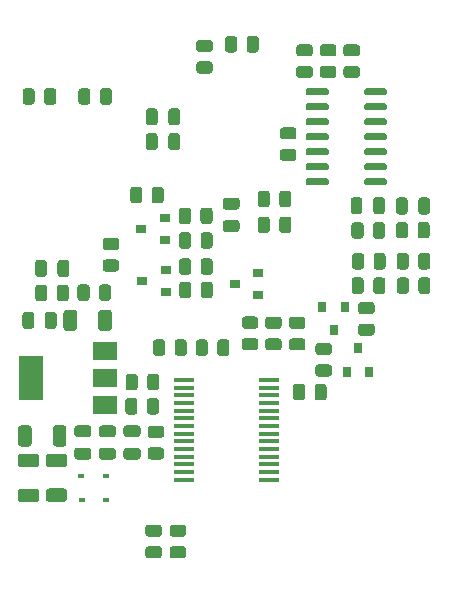
<source format=gbr>
G04 #@! TF.GenerationSoftware,KiCad,Pcbnew,(5.1.7)-1*
G04 #@! TF.CreationDate,2020-12-20T16:40:32+01:00*
G04 #@! TF.ProjectId,uart_flash_pcb,75617274-5f66-46c6-9173-685f7063622e,rev?*
G04 #@! TF.SameCoordinates,Original*
G04 #@! TF.FileFunction,Paste,Bot*
G04 #@! TF.FilePolarity,Positive*
%FSLAX46Y46*%
G04 Gerber Fmt 4.6, Leading zero omitted, Abs format (unit mm)*
G04 Created by KiCad (PCBNEW (5.1.7)-1) date 2020-12-20 16:40:32*
%MOMM*%
%LPD*%
G01*
G04 APERTURE LIST*
%ADD10R,1.750000X0.450000*%
%ADD11R,2.000000X1.500000*%
%ADD12R,2.000000X3.800000*%
%ADD13R,0.800000X0.900000*%
%ADD14R,0.900000X0.800000*%
%ADD15R,0.600000X0.450000*%
G04 APERTURE END LIST*
G36*
G01*
X119690000Y-71965000D02*
X119690000Y-72915000D01*
G75*
G02*
X119440000Y-73165000I-250000J0D01*
G01*
X118940000Y-73165000D01*
G75*
G02*
X118690000Y-72915000I0J250000D01*
G01*
X118690000Y-71965000D01*
G75*
G02*
X118940000Y-71715000I250000J0D01*
G01*
X119440000Y-71715000D01*
G75*
G02*
X119690000Y-71965000I0J-250000D01*
G01*
G37*
G36*
G01*
X121590000Y-71965000D02*
X121590000Y-72915000D01*
G75*
G02*
X121340000Y-73165000I-250000J0D01*
G01*
X120840000Y-73165000D01*
G75*
G02*
X120590000Y-72915000I0J250000D01*
G01*
X120590000Y-71965000D01*
G75*
G02*
X120840000Y-71715000I250000J0D01*
G01*
X121340000Y-71715000D01*
G75*
G02*
X121590000Y-71965000I0J-250000D01*
G01*
G37*
G36*
G01*
X111699999Y-83660000D02*
X112600001Y-83660000D01*
G75*
G02*
X112850000Y-83909999I0J-249999D01*
G01*
X112850000Y-84435001D01*
G75*
G02*
X112600001Y-84685000I-249999J0D01*
G01*
X111699999Y-84685000D01*
G75*
G02*
X111450000Y-84435001I0J249999D01*
G01*
X111450000Y-83909999D01*
G75*
G02*
X111699999Y-83660000I249999J0D01*
G01*
G37*
G36*
G01*
X111699999Y-81835000D02*
X112600001Y-81835000D01*
G75*
G02*
X112850000Y-82084999I0J-249999D01*
G01*
X112850000Y-82610001D01*
G75*
G02*
X112600001Y-82860000I-249999J0D01*
G01*
X111699999Y-82860000D01*
G75*
G02*
X111450000Y-82610001I0J249999D01*
G01*
X111450000Y-82084999D01*
G75*
G02*
X111699999Y-81835000I249999J0D01*
G01*
G37*
G36*
G01*
X119820000Y-70570000D02*
X119820000Y-70270000D01*
G75*
G02*
X119970000Y-70120000I150000J0D01*
G01*
X121620000Y-70120000D01*
G75*
G02*
X121770000Y-70270000I0J-150000D01*
G01*
X121770000Y-70570000D01*
G75*
G02*
X121620000Y-70720000I-150000J0D01*
G01*
X119970000Y-70720000D01*
G75*
G02*
X119820000Y-70570000I0J150000D01*
G01*
G37*
G36*
G01*
X119820000Y-69300000D02*
X119820000Y-69000000D01*
G75*
G02*
X119970000Y-68850000I150000J0D01*
G01*
X121620000Y-68850000D01*
G75*
G02*
X121770000Y-69000000I0J-150000D01*
G01*
X121770000Y-69300000D01*
G75*
G02*
X121620000Y-69450000I-150000J0D01*
G01*
X119970000Y-69450000D01*
G75*
G02*
X119820000Y-69300000I0J150000D01*
G01*
G37*
G36*
G01*
X119820000Y-68030000D02*
X119820000Y-67730000D01*
G75*
G02*
X119970000Y-67580000I150000J0D01*
G01*
X121620000Y-67580000D01*
G75*
G02*
X121770000Y-67730000I0J-150000D01*
G01*
X121770000Y-68030000D01*
G75*
G02*
X121620000Y-68180000I-150000J0D01*
G01*
X119970000Y-68180000D01*
G75*
G02*
X119820000Y-68030000I0J150000D01*
G01*
G37*
G36*
G01*
X119820000Y-66760000D02*
X119820000Y-66460000D01*
G75*
G02*
X119970000Y-66310000I150000J0D01*
G01*
X121620000Y-66310000D01*
G75*
G02*
X121770000Y-66460000I0J-150000D01*
G01*
X121770000Y-66760000D01*
G75*
G02*
X121620000Y-66910000I-150000J0D01*
G01*
X119970000Y-66910000D01*
G75*
G02*
X119820000Y-66760000I0J150000D01*
G01*
G37*
G36*
G01*
X119820000Y-65490000D02*
X119820000Y-65190000D01*
G75*
G02*
X119970000Y-65040000I150000J0D01*
G01*
X121620000Y-65040000D01*
G75*
G02*
X121770000Y-65190000I0J-150000D01*
G01*
X121770000Y-65490000D01*
G75*
G02*
X121620000Y-65640000I-150000J0D01*
G01*
X119970000Y-65640000D01*
G75*
G02*
X119820000Y-65490000I0J150000D01*
G01*
G37*
G36*
G01*
X119820000Y-64220000D02*
X119820000Y-63920000D01*
G75*
G02*
X119970000Y-63770000I150000J0D01*
G01*
X121620000Y-63770000D01*
G75*
G02*
X121770000Y-63920000I0J-150000D01*
G01*
X121770000Y-64220000D01*
G75*
G02*
X121620000Y-64370000I-150000J0D01*
G01*
X119970000Y-64370000D01*
G75*
G02*
X119820000Y-64220000I0J150000D01*
G01*
G37*
G36*
G01*
X119820000Y-62950000D02*
X119820000Y-62650000D01*
G75*
G02*
X119970000Y-62500000I150000J0D01*
G01*
X121620000Y-62500000D01*
G75*
G02*
X121770000Y-62650000I0J-150000D01*
G01*
X121770000Y-62950000D01*
G75*
G02*
X121620000Y-63100000I-150000J0D01*
G01*
X119970000Y-63100000D01*
G75*
G02*
X119820000Y-62950000I0J150000D01*
G01*
G37*
G36*
G01*
X114870000Y-62950000D02*
X114870000Y-62650000D01*
G75*
G02*
X115020000Y-62500000I150000J0D01*
G01*
X116670000Y-62500000D01*
G75*
G02*
X116820000Y-62650000I0J-150000D01*
G01*
X116820000Y-62950000D01*
G75*
G02*
X116670000Y-63100000I-150000J0D01*
G01*
X115020000Y-63100000D01*
G75*
G02*
X114870000Y-62950000I0J150000D01*
G01*
G37*
G36*
G01*
X114870000Y-64220000D02*
X114870000Y-63920000D01*
G75*
G02*
X115020000Y-63770000I150000J0D01*
G01*
X116670000Y-63770000D01*
G75*
G02*
X116820000Y-63920000I0J-150000D01*
G01*
X116820000Y-64220000D01*
G75*
G02*
X116670000Y-64370000I-150000J0D01*
G01*
X115020000Y-64370000D01*
G75*
G02*
X114870000Y-64220000I0J150000D01*
G01*
G37*
G36*
G01*
X114870000Y-65490000D02*
X114870000Y-65190000D01*
G75*
G02*
X115020000Y-65040000I150000J0D01*
G01*
X116670000Y-65040000D01*
G75*
G02*
X116820000Y-65190000I0J-150000D01*
G01*
X116820000Y-65490000D01*
G75*
G02*
X116670000Y-65640000I-150000J0D01*
G01*
X115020000Y-65640000D01*
G75*
G02*
X114870000Y-65490000I0J150000D01*
G01*
G37*
G36*
G01*
X114870000Y-66760000D02*
X114870000Y-66460000D01*
G75*
G02*
X115020000Y-66310000I150000J0D01*
G01*
X116670000Y-66310000D01*
G75*
G02*
X116820000Y-66460000I0J-150000D01*
G01*
X116820000Y-66760000D01*
G75*
G02*
X116670000Y-66910000I-150000J0D01*
G01*
X115020000Y-66910000D01*
G75*
G02*
X114870000Y-66760000I0J150000D01*
G01*
G37*
G36*
G01*
X114870000Y-68030000D02*
X114870000Y-67730000D01*
G75*
G02*
X115020000Y-67580000I150000J0D01*
G01*
X116670000Y-67580000D01*
G75*
G02*
X116820000Y-67730000I0J-150000D01*
G01*
X116820000Y-68030000D01*
G75*
G02*
X116670000Y-68180000I-150000J0D01*
G01*
X115020000Y-68180000D01*
G75*
G02*
X114870000Y-68030000I0J150000D01*
G01*
G37*
G36*
G01*
X114870000Y-69300000D02*
X114870000Y-69000000D01*
G75*
G02*
X115020000Y-68850000I150000J0D01*
G01*
X116670000Y-68850000D01*
G75*
G02*
X116820000Y-69000000I0J-150000D01*
G01*
X116820000Y-69300000D01*
G75*
G02*
X116670000Y-69450000I-150000J0D01*
G01*
X115020000Y-69450000D01*
G75*
G02*
X114870000Y-69300000I0J150000D01*
G01*
G37*
G36*
G01*
X114870000Y-70570000D02*
X114870000Y-70270000D01*
G75*
G02*
X115020000Y-70120000I150000J0D01*
G01*
X116670000Y-70120000D01*
G75*
G02*
X116820000Y-70270000I0J-150000D01*
G01*
X116820000Y-70570000D01*
G75*
G02*
X116670000Y-70720000I-150000J0D01*
G01*
X115020000Y-70720000D01*
G75*
G02*
X114870000Y-70570000I0J150000D01*
G01*
G37*
D10*
X104560000Y-87185000D03*
X104560000Y-87835000D03*
X104560000Y-88485000D03*
X104560000Y-89135000D03*
X104560000Y-89785000D03*
X104560000Y-90435000D03*
X104560000Y-91085000D03*
X104560000Y-91735000D03*
X104560000Y-92385000D03*
X104560000Y-93035000D03*
X104560000Y-93685000D03*
X104560000Y-94335000D03*
X104560000Y-94985000D03*
X104560000Y-95635000D03*
X111760000Y-95635000D03*
X111760000Y-94985000D03*
X111760000Y-94335000D03*
X111760000Y-93685000D03*
X111760000Y-93035000D03*
X111760000Y-92385000D03*
X111760000Y-91735000D03*
X111760000Y-91085000D03*
X111760000Y-90435000D03*
X111760000Y-89785000D03*
X111760000Y-89135000D03*
X111760000Y-88485000D03*
X111760000Y-87835000D03*
X111760000Y-87185000D03*
D11*
X97900000Y-84750000D03*
X97900000Y-89350000D03*
X97900000Y-87050000D03*
D12*
X91600000Y-87050000D03*
G36*
G01*
X116860001Y-85080000D02*
X115959999Y-85080000D01*
G75*
G02*
X115710000Y-84830001I0J249999D01*
G01*
X115710000Y-84304999D01*
G75*
G02*
X115959999Y-84055000I249999J0D01*
G01*
X116860001Y-84055000D01*
G75*
G02*
X117110000Y-84304999I0J-249999D01*
G01*
X117110000Y-84830001D01*
G75*
G02*
X116860001Y-85080000I-249999J0D01*
G01*
G37*
G36*
G01*
X116860001Y-86905000D02*
X115959999Y-86905000D01*
G75*
G02*
X115710000Y-86655001I0J249999D01*
G01*
X115710000Y-86129999D01*
G75*
G02*
X115959999Y-85880000I249999J0D01*
G01*
X116860001Y-85880000D01*
G75*
G02*
X117110000Y-86129999I0J-249999D01*
G01*
X117110000Y-86655001D01*
G75*
G02*
X116860001Y-86905000I-249999J0D01*
G01*
G37*
G36*
G01*
X119569999Y-82420000D02*
X120470001Y-82420000D01*
G75*
G02*
X120720000Y-82669999I0J-249999D01*
G01*
X120720000Y-83195001D01*
G75*
G02*
X120470001Y-83445000I-249999J0D01*
G01*
X119569999Y-83445000D01*
G75*
G02*
X119320000Y-83195001I0J249999D01*
G01*
X119320000Y-82669999D01*
G75*
G02*
X119569999Y-82420000I249999J0D01*
G01*
G37*
G36*
G01*
X119569999Y-80595000D02*
X120470001Y-80595000D01*
G75*
G02*
X120720000Y-80844999I0J-249999D01*
G01*
X120720000Y-81370001D01*
G75*
G02*
X120470001Y-81620000I-249999J0D01*
G01*
X119569999Y-81620000D01*
G75*
G02*
X119320000Y-81370001I0J249999D01*
G01*
X119320000Y-80844999D01*
G75*
G02*
X119569999Y-80595000I249999J0D01*
G01*
G37*
G36*
G01*
X123550000Y-74059999D02*
X123550000Y-74960001D01*
G75*
G02*
X123300001Y-75210000I-249999J0D01*
G01*
X122774999Y-75210000D01*
G75*
G02*
X122525000Y-74960001I0J249999D01*
G01*
X122525000Y-74059999D01*
G75*
G02*
X122774999Y-73810000I249999J0D01*
G01*
X123300001Y-73810000D01*
G75*
G02*
X123550000Y-74059999I0J-249999D01*
G01*
G37*
G36*
G01*
X125375000Y-74059999D02*
X125375000Y-74960001D01*
G75*
G02*
X125125001Y-75210000I-249999J0D01*
G01*
X124599999Y-75210000D01*
G75*
G02*
X124350000Y-74960001I0J249999D01*
G01*
X124350000Y-74059999D01*
G75*
G02*
X124599999Y-73810000I249999J0D01*
G01*
X125125001Y-73810000D01*
G75*
G02*
X125375000Y-74059999I0J-249999D01*
G01*
G37*
G36*
G01*
X120580000Y-74990001D02*
X120580000Y-74089999D01*
G75*
G02*
X120829999Y-73840000I249999J0D01*
G01*
X121355001Y-73840000D01*
G75*
G02*
X121605000Y-74089999I0J-249999D01*
G01*
X121605000Y-74990001D01*
G75*
G02*
X121355001Y-75240000I-249999J0D01*
G01*
X120829999Y-75240000D01*
G75*
G02*
X120580000Y-74990001I0J249999D01*
G01*
G37*
G36*
G01*
X118755000Y-74990001D02*
X118755000Y-74089999D01*
G75*
G02*
X119004999Y-73840000I249999J0D01*
G01*
X119530001Y-73840000D01*
G75*
G02*
X119780000Y-74089999I0J-249999D01*
G01*
X119780000Y-74990001D01*
G75*
G02*
X119530001Y-75240000I-249999J0D01*
G01*
X119004999Y-75240000D01*
G75*
G02*
X118755000Y-74990001I0J249999D01*
G01*
G37*
G36*
G01*
X124420000Y-79660001D02*
X124420000Y-78759999D01*
G75*
G02*
X124669999Y-78510000I249999J0D01*
G01*
X125195001Y-78510000D01*
G75*
G02*
X125445000Y-78759999I0J-249999D01*
G01*
X125445000Y-79660001D01*
G75*
G02*
X125195001Y-79910000I-249999J0D01*
G01*
X124669999Y-79910000D01*
G75*
G02*
X124420000Y-79660001I0J249999D01*
G01*
G37*
G36*
G01*
X122595000Y-79660001D02*
X122595000Y-78759999D01*
G75*
G02*
X122844999Y-78510000I249999J0D01*
G01*
X123370001Y-78510000D01*
G75*
G02*
X123620000Y-78759999I0J-249999D01*
G01*
X123620000Y-79660001D01*
G75*
G02*
X123370001Y-79910000I-249999J0D01*
G01*
X122844999Y-79910000D01*
G75*
G02*
X122595000Y-79660001I0J249999D01*
G01*
G37*
G36*
G01*
X124410000Y-77590001D02*
X124410000Y-76689999D01*
G75*
G02*
X124659999Y-76440000I249999J0D01*
G01*
X125185001Y-76440000D01*
G75*
G02*
X125435000Y-76689999I0J-249999D01*
G01*
X125435000Y-77590001D01*
G75*
G02*
X125185001Y-77840000I-249999J0D01*
G01*
X124659999Y-77840000D01*
G75*
G02*
X124410000Y-77590001I0J249999D01*
G01*
G37*
G36*
G01*
X122585000Y-77590001D02*
X122585000Y-76689999D01*
G75*
G02*
X122834999Y-76440000I249999J0D01*
G01*
X123360001Y-76440000D01*
G75*
G02*
X123610000Y-76689999I0J-249999D01*
G01*
X123610000Y-77590001D01*
G75*
G02*
X123360001Y-77840000I-249999J0D01*
G01*
X122834999Y-77840000D01*
G75*
G02*
X122585000Y-77590001I0J249999D01*
G01*
G37*
G36*
G01*
X119800000Y-78759999D02*
X119800000Y-79660001D01*
G75*
G02*
X119550001Y-79910000I-249999J0D01*
G01*
X119024999Y-79910000D01*
G75*
G02*
X118775000Y-79660001I0J249999D01*
G01*
X118775000Y-78759999D01*
G75*
G02*
X119024999Y-78510000I249999J0D01*
G01*
X119550001Y-78510000D01*
G75*
G02*
X119800000Y-78759999I0J-249999D01*
G01*
G37*
G36*
G01*
X121625000Y-78759999D02*
X121625000Y-79660001D01*
G75*
G02*
X121375001Y-79910000I-249999J0D01*
G01*
X120849999Y-79910000D01*
G75*
G02*
X120600000Y-79660001I0J249999D01*
G01*
X120600000Y-78759999D01*
G75*
G02*
X120849999Y-78510000I249999J0D01*
G01*
X121375001Y-78510000D01*
G75*
G02*
X121625000Y-78759999I0J-249999D01*
G01*
G37*
G36*
G01*
X119830000Y-76689999D02*
X119830000Y-77590001D01*
G75*
G02*
X119580001Y-77840000I-249999J0D01*
G01*
X119054999Y-77840000D01*
G75*
G02*
X118805000Y-77590001I0J249999D01*
G01*
X118805000Y-76689999D01*
G75*
G02*
X119054999Y-76440000I249999J0D01*
G01*
X119580001Y-76440000D01*
G75*
G02*
X119830000Y-76689999I0J-249999D01*
G01*
G37*
G36*
G01*
X121655000Y-76689999D02*
X121655000Y-77590001D01*
G75*
G02*
X121405001Y-77840000I-249999J0D01*
G01*
X120879999Y-77840000D01*
G75*
G02*
X120630000Y-77590001I0J249999D01*
G01*
X120630000Y-76689999D01*
G75*
G02*
X120879999Y-76440000I249999J0D01*
G01*
X121405001Y-76440000D01*
G75*
G02*
X121655000Y-76689999I0J-249999D01*
G01*
G37*
G36*
G01*
X112650000Y-74500001D02*
X112650000Y-73599999D01*
G75*
G02*
X112899999Y-73350000I249999J0D01*
G01*
X113425001Y-73350000D01*
G75*
G02*
X113675000Y-73599999I0J-249999D01*
G01*
X113675000Y-74500001D01*
G75*
G02*
X113425001Y-74750000I-249999J0D01*
G01*
X112899999Y-74750000D01*
G75*
G02*
X112650000Y-74500001I0J249999D01*
G01*
G37*
G36*
G01*
X110825000Y-74500001D02*
X110825000Y-73599999D01*
G75*
G02*
X111074999Y-73350000I249999J0D01*
G01*
X111600001Y-73350000D01*
G75*
G02*
X111850000Y-73599999I0J-249999D01*
G01*
X111850000Y-74500001D01*
G75*
G02*
X111600001Y-74750000I-249999J0D01*
G01*
X111074999Y-74750000D01*
G75*
G02*
X110825000Y-74500001I0J249999D01*
G01*
G37*
G36*
G01*
X112640000Y-72320001D02*
X112640000Y-71419999D01*
G75*
G02*
X112889999Y-71170000I249999J0D01*
G01*
X113415001Y-71170000D01*
G75*
G02*
X113665000Y-71419999I0J-249999D01*
G01*
X113665000Y-72320001D01*
G75*
G02*
X113415001Y-72570000I-249999J0D01*
G01*
X112889999Y-72570000D01*
G75*
G02*
X112640000Y-72320001I0J249999D01*
G01*
G37*
G36*
G01*
X110815000Y-72320001D02*
X110815000Y-71419999D01*
G75*
G02*
X111064999Y-71170000I249999J0D01*
G01*
X111590001Y-71170000D01*
G75*
G02*
X111840000Y-71419999I0J-249999D01*
G01*
X111840000Y-72320001D01*
G75*
G02*
X111590001Y-72570000I-249999J0D01*
G01*
X111064999Y-72570000D01*
G75*
G02*
X110815000Y-72320001I0J249999D01*
G01*
G37*
G36*
G01*
X109880000Y-59220001D02*
X109880000Y-58319999D01*
G75*
G02*
X110129999Y-58070000I249999J0D01*
G01*
X110655001Y-58070000D01*
G75*
G02*
X110905000Y-58319999I0J-249999D01*
G01*
X110905000Y-59220001D01*
G75*
G02*
X110655001Y-59470000I-249999J0D01*
G01*
X110129999Y-59470000D01*
G75*
G02*
X109880000Y-59220001I0J249999D01*
G01*
G37*
G36*
G01*
X108055000Y-59220001D02*
X108055000Y-58319999D01*
G75*
G02*
X108304999Y-58070000I249999J0D01*
G01*
X108830001Y-58070000D01*
G75*
G02*
X109080000Y-58319999I0J-249999D01*
G01*
X109080000Y-59220001D01*
G75*
G02*
X108830001Y-59470000I-249999J0D01*
G01*
X108304999Y-59470000D01*
G75*
G02*
X108055000Y-59220001I0J249999D01*
G01*
G37*
G36*
G01*
X106770001Y-59420000D02*
X105869999Y-59420000D01*
G75*
G02*
X105620000Y-59170001I0J249999D01*
G01*
X105620000Y-58644999D01*
G75*
G02*
X105869999Y-58395000I249999J0D01*
G01*
X106770001Y-58395000D01*
G75*
G02*
X107020000Y-58644999I0J-249999D01*
G01*
X107020000Y-59170001D01*
G75*
G02*
X106770001Y-59420000I-249999J0D01*
G01*
G37*
G36*
G01*
X106770001Y-61245000D02*
X105869999Y-61245000D01*
G75*
G02*
X105620000Y-60995001I0J249999D01*
G01*
X105620000Y-60469999D01*
G75*
G02*
X105869999Y-60220000I249999J0D01*
G01*
X106770001Y-60220000D01*
G75*
G02*
X107020000Y-60469999I0J-249999D01*
G01*
X107020000Y-60995001D01*
G75*
G02*
X106770001Y-61245000I-249999J0D01*
G01*
G37*
G36*
G01*
X106600000Y-84009999D02*
X106600000Y-84910001D01*
G75*
G02*
X106350001Y-85160000I-249999J0D01*
G01*
X105824999Y-85160000D01*
G75*
G02*
X105575000Y-84910001I0J249999D01*
G01*
X105575000Y-84009999D01*
G75*
G02*
X105824999Y-83760000I249999J0D01*
G01*
X106350001Y-83760000D01*
G75*
G02*
X106600000Y-84009999I0J-249999D01*
G01*
G37*
G36*
G01*
X108425000Y-84009999D02*
X108425000Y-84910001D01*
G75*
G02*
X108175001Y-85160000I-249999J0D01*
G01*
X107649999Y-85160000D01*
G75*
G02*
X107400000Y-84910001I0J249999D01*
G01*
X107400000Y-84009999D01*
G75*
G02*
X107649999Y-83760000I249999J0D01*
G01*
X108175001Y-83760000D01*
G75*
G02*
X108425000Y-84009999I0J-249999D01*
G01*
G37*
G36*
G01*
X115230001Y-59800000D02*
X114329999Y-59800000D01*
G75*
G02*
X114080000Y-59550001I0J249999D01*
G01*
X114080000Y-59024999D01*
G75*
G02*
X114329999Y-58775000I249999J0D01*
G01*
X115230001Y-58775000D01*
G75*
G02*
X115480000Y-59024999I0J-249999D01*
G01*
X115480000Y-59550001D01*
G75*
G02*
X115230001Y-59800000I-249999J0D01*
G01*
G37*
G36*
G01*
X115230001Y-61625000D02*
X114329999Y-61625000D01*
G75*
G02*
X114080000Y-61375001I0J249999D01*
G01*
X114080000Y-60849999D01*
G75*
G02*
X114329999Y-60600000I249999J0D01*
G01*
X115230001Y-60600000D01*
G75*
G02*
X115480000Y-60849999I0J-249999D01*
G01*
X115480000Y-61375001D01*
G75*
G02*
X115230001Y-61625000I-249999J0D01*
G01*
G37*
G36*
G01*
X105990000Y-80020001D02*
X105990000Y-79119999D01*
G75*
G02*
X106239999Y-78870000I249999J0D01*
G01*
X106765001Y-78870000D01*
G75*
G02*
X107015000Y-79119999I0J-249999D01*
G01*
X107015000Y-80020001D01*
G75*
G02*
X106765001Y-80270000I-249999J0D01*
G01*
X106239999Y-80270000D01*
G75*
G02*
X105990000Y-80020001I0J249999D01*
G01*
G37*
G36*
G01*
X104165000Y-80020001D02*
X104165000Y-79119999D01*
G75*
G02*
X104414999Y-78870000I249999J0D01*
G01*
X104940001Y-78870000D01*
G75*
G02*
X105190000Y-79119999I0J-249999D01*
G01*
X105190000Y-80020001D01*
G75*
G02*
X104940001Y-80270000I-249999J0D01*
G01*
X104414999Y-80270000D01*
G75*
G02*
X104165000Y-80020001I0J249999D01*
G01*
G37*
G36*
G01*
X101430000Y-89870001D02*
X101430000Y-88969999D01*
G75*
G02*
X101679999Y-88720000I249999J0D01*
G01*
X102205001Y-88720000D01*
G75*
G02*
X102455000Y-88969999I0J-249999D01*
G01*
X102455000Y-89870001D01*
G75*
G02*
X102205001Y-90120000I-249999J0D01*
G01*
X101679999Y-90120000D01*
G75*
G02*
X101430000Y-89870001I0J249999D01*
G01*
G37*
G36*
G01*
X99605000Y-89870001D02*
X99605000Y-88969999D01*
G75*
G02*
X99854999Y-88720000I249999J0D01*
G01*
X100380001Y-88720000D01*
G75*
G02*
X100630000Y-88969999I0J-249999D01*
G01*
X100630000Y-89870001D01*
G75*
G02*
X100380001Y-90120000I-249999J0D01*
G01*
X99854999Y-90120000D01*
G75*
G02*
X99605000Y-89870001I0J249999D01*
G01*
G37*
G36*
G01*
X105990000Y-78040001D02*
X105990000Y-77139999D01*
G75*
G02*
X106239999Y-76890000I249999J0D01*
G01*
X106765001Y-76890000D01*
G75*
G02*
X107015000Y-77139999I0J-249999D01*
G01*
X107015000Y-78040001D01*
G75*
G02*
X106765001Y-78290000I-249999J0D01*
G01*
X106239999Y-78290000D01*
G75*
G02*
X105990000Y-78040001I0J249999D01*
G01*
G37*
G36*
G01*
X104165000Y-78040001D02*
X104165000Y-77139999D01*
G75*
G02*
X104414999Y-76890000I249999J0D01*
G01*
X104940001Y-76890000D01*
G75*
G02*
X105190000Y-77139999I0J-249999D01*
G01*
X105190000Y-78040001D01*
G75*
G02*
X104940001Y-78290000I-249999J0D01*
G01*
X104414999Y-78290000D01*
G75*
G02*
X104165000Y-78040001I0J249999D01*
G01*
G37*
G36*
G01*
X97380000Y-80250001D02*
X97380000Y-79349999D01*
G75*
G02*
X97629999Y-79100000I249999J0D01*
G01*
X98155001Y-79100000D01*
G75*
G02*
X98405000Y-79349999I0J-249999D01*
G01*
X98405000Y-80250001D01*
G75*
G02*
X98155001Y-80500000I-249999J0D01*
G01*
X97629999Y-80500000D01*
G75*
G02*
X97380000Y-80250001I0J249999D01*
G01*
G37*
G36*
G01*
X95555000Y-80250001D02*
X95555000Y-79349999D01*
G75*
G02*
X95804999Y-79100000I249999J0D01*
G01*
X96330001Y-79100000D01*
G75*
G02*
X96580000Y-79349999I0J-249999D01*
G01*
X96580000Y-80250001D01*
G75*
G02*
X96330001Y-80500000I-249999J0D01*
G01*
X95804999Y-80500000D01*
G75*
G02*
X95555000Y-80250001I0J249999D01*
G01*
G37*
G36*
G01*
X101460000Y-87820001D02*
X101460000Y-86919999D01*
G75*
G02*
X101709999Y-86670000I249999J0D01*
G01*
X102235001Y-86670000D01*
G75*
G02*
X102485000Y-86919999I0J-249999D01*
G01*
X102485000Y-87820001D01*
G75*
G02*
X102235001Y-88070000I-249999J0D01*
G01*
X101709999Y-88070000D01*
G75*
G02*
X101460000Y-87820001I0J249999D01*
G01*
G37*
G36*
G01*
X99635000Y-87820001D02*
X99635000Y-86919999D01*
G75*
G02*
X99884999Y-86670000I249999J0D01*
G01*
X100410001Y-86670000D01*
G75*
G02*
X100660000Y-86919999I0J-249999D01*
G01*
X100660000Y-87820001D01*
G75*
G02*
X100410001Y-88070000I-249999J0D01*
G01*
X99884999Y-88070000D01*
G75*
G02*
X99635000Y-87820001I0J249999D01*
G01*
G37*
G36*
G01*
X116329999Y-60600000D02*
X117230001Y-60600000D01*
G75*
G02*
X117480000Y-60849999I0J-249999D01*
G01*
X117480000Y-61375001D01*
G75*
G02*
X117230001Y-61625000I-249999J0D01*
G01*
X116329999Y-61625000D01*
G75*
G02*
X116080000Y-61375001I0J249999D01*
G01*
X116080000Y-60849999D01*
G75*
G02*
X116329999Y-60600000I249999J0D01*
G01*
G37*
G36*
G01*
X116329999Y-58775000D02*
X117230001Y-58775000D01*
G75*
G02*
X117480000Y-59024999I0J-249999D01*
G01*
X117480000Y-59550001D01*
G75*
G02*
X117230001Y-59800000I-249999J0D01*
G01*
X116329999Y-59800000D01*
G75*
G02*
X116080000Y-59550001I0J249999D01*
G01*
X116080000Y-59024999D01*
G75*
G02*
X116329999Y-58775000I249999J0D01*
G01*
G37*
G36*
G01*
X102990000Y-84004999D02*
X102990000Y-84905001D01*
G75*
G02*
X102740001Y-85155000I-249999J0D01*
G01*
X102214999Y-85155000D01*
G75*
G02*
X101965000Y-84905001I0J249999D01*
G01*
X101965000Y-84004999D01*
G75*
G02*
X102214999Y-83755000I249999J0D01*
G01*
X102740001Y-83755000D01*
G75*
G02*
X102990000Y-84004999I0J-249999D01*
G01*
G37*
G36*
G01*
X104815000Y-84004999D02*
X104815000Y-84905001D01*
G75*
G02*
X104565001Y-85155000I-249999J0D01*
G01*
X104039999Y-85155000D01*
G75*
G02*
X103790000Y-84905001I0J249999D01*
G01*
X103790000Y-84004999D01*
G75*
G02*
X104039999Y-83755000I249999J0D01*
G01*
X104565001Y-83755000D01*
G75*
G02*
X104815000Y-84004999I0J-249999D01*
G01*
G37*
G36*
G01*
X119230001Y-59800000D02*
X118329999Y-59800000D01*
G75*
G02*
X118080000Y-59550001I0J249999D01*
G01*
X118080000Y-59024999D01*
G75*
G02*
X118329999Y-58775000I249999J0D01*
G01*
X119230001Y-58775000D01*
G75*
G02*
X119480000Y-59024999I0J-249999D01*
G01*
X119480000Y-59550001D01*
G75*
G02*
X119230001Y-59800000I-249999J0D01*
G01*
G37*
G36*
G01*
X119230001Y-61625000D02*
X118329999Y-61625000D01*
G75*
G02*
X118080000Y-61375001I0J249999D01*
G01*
X118080000Y-60849999D01*
G75*
G02*
X118329999Y-60600000I249999J0D01*
G01*
X119230001Y-60600000D01*
G75*
G02*
X119480000Y-60849999I0J-249999D01*
G01*
X119480000Y-61375001D01*
G75*
G02*
X119230001Y-61625000I-249999J0D01*
G01*
G37*
G36*
G01*
X101559999Y-101270000D02*
X102460001Y-101270000D01*
G75*
G02*
X102710000Y-101519999I0J-249999D01*
G01*
X102710000Y-102045001D01*
G75*
G02*
X102460001Y-102295000I-249999J0D01*
G01*
X101559999Y-102295000D01*
G75*
G02*
X101310000Y-102045001I0J249999D01*
G01*
X101310000Y-101519999D01*
G75*
G02*
X101559999Y-101270000I249999J0D01*
G01*
G37*
G36*
G01*
X101559999Y-99445000D02*
X102460001Y-99445000D01*
G75*
G02*
X102710000Y-99694999I0J-249999D01*
G01*
X102710000Y-100220001D01*
G75*
G02*
X102460001Y-100470000I-249999J0D01*
G01*
X101559999Y-100470000D01*
G75*
G02*
X101310000Y-100220001I0J249999D01*
G01*
X101310000Y-99694999D01*
G75*
G02*
X101559999Y-99445000I249999J0D01*
G01*
G37*
G36*
G01*
X103609999Y-101270000D02*
X104510001Y-101270000D01*
G75*
G02*
X104760000Y-101519999I0J-249999D01*
G01*
X104760000Y-102045001D01*
G75*
G02*
X104510001Y-102295000I-249999J0D01*
G01*
X103609999Y-102295000D01*
G75*
G02*
X103360000Y-102045001I0J249999D01*
G01*
X103360000Y-101519999D01*
G75*
G02*
X103609999Y-101270000I249999J0D01*
G01*
G37*
G36*
G01*
X103609999Y-99445000D02*
X104510001Y-99445000D01*
G75*
G02*
X104760000Y-99694999I0J-249999D01*
G01*
X104760000Y-100220001D01*
G75*
G02*
X104510001Y-100470000I-249999J0D01*
G01*
X103609999Y-100470000D01*
G75*
G02*
X103360000Y-100220001I0J249999D01*
G01*
X103360000Y-99694999D01*
G75*
G02*
X103609999Y-99445000I249999J0D01*
G01*
G37*
G36*
G01*
X114830000Y-87769999D02*
X114830000Y-88670001D01*
G75*
G02*
X114580001Y-88920000I-249999J0D01*
G01*
X114054999Y-88920000D01*
G75*
G02*
X113805000Y-88670001I0J249999D01*
G01*
X113805000Y-87769999D01*
G75*
G02*
X114054999Y-87520000I249999J0D01*
G01*
X114580001Y-87520000D01*
G75*
G02*
X114830000Y-87769999I0J-249999D01*
G01*
G37*
G36*
G01*
X116655000Y-87769999D02*
X116655000Y-88670001D01*
G75*
G02*
X116405001Y-88920000I-249999J0D01*
G01*
X115879999Y-88920000D01*
G75*
G02*
X115630000Y-88670001I0J249999D01*
G01*
X115630000Y-87769999D01*
G75*
G02*
X115879999Y-87520000I249999J0D01*
G01*
X116405001Y-87520000D01*
G75*
G02*
X116655000Y-87769999I0J-249999D01*
G01*
G37*
G36*
G01*
X105970000Y-73750001D02*
X105970000Y-72849999D01*
G75*
G02*
X106219999Y-72600000I249999J0D01*
G01*
X106745001Y-72600000D01*
G75*
G02*
X106995000Y-72849999I0J-249999D01*
G01*
X106995000Y-73750001D01*
G75*
G02*
X106745001Y-74000000I-249999J0D01*
G01*
X106219999Y-74000000D01*
G75*
G02*
X105970000Y-73750001I0J249999D01*
G01*
G37*
G36*
G01*
X104145000Y-73750001D02*
X104145000Y-72849999D01*
G75*
G02*
X104394999Y-72600000I249999J0D01*
G01*
X104920001Y-72600000D01*
G75*
G02*
X105170000Y-72849999I0J-249999D01*
G01*
X105170000Y-73750001D01*
G75*
G02*
X104920001Y-74000000I-249999J0D01*
G01*
X104394999Y-74000000D01*
G75*
G02*
X104145000Y-73750001I0J249999D01*
G01*
G37*
G36*
G01*
X113709999Y-83670000D02*
X114610001Y-83670000D01*
G75*
G02*
X114860000Y-83919999I0J-249999D01*
G01*
X114860000Y-84445001D01*
G75*
G02*
X114610001Y-84695000I-249999J0D01*
G01*
X113709999Y-84695000D01*
G75*
G02*
X113460000Y-84445001I0J249999D01*
G01*
X113460000Y-83919999D01*
G75*
G02*
X113709999Y-83670000I249999J0D01*
G01*
G37*
G36*
G01*
X113709999Y-81845000D02*
X114610001Y-81845000D01*
G75*
G02*
X114860000Y-82094999I0J-249999D01*
G01*
X114860000Y-82620001D01*
G75*
G02*
X114610001Y-82870000I-249999J0D01*
G01*
X113709999Y-82870000D01*
G75*
G02*
X113460000Y-82620001I0J249999D01*
G01*
X113460000Y-82094999D01*
G75*
G02*
X113709999Y-81845000I249999J0D01*
G01*
G37*
G36*
G01*
X109719999Y-83640000D02*
X110620001Y-83640000D01*
G75*
G02*
X110870000Y-83889999I0J-249999D01*
G01*
X110870000Y-84415001D01*
G75*
G02*
X110620001Y-84665000I-249999J0D01*
G01*
X109719999Y-84665000D01*
G75*
G02*
X109470000Y-84415001I0J249999D01*
G01*
X109470000Y-83889999D01*
G75*
G02*
X109719999Y-83640000I249999J0D01*
G01*
G37*
G36*
G01*
X109719999Y-81815000D02*
X110620001Y-81815000D01*
G75*
G02*
X110870000Y-82064999I0J-249999D01*
G01*
X110870000Y-82590001D01*
G75*
G02*
X110620001Y-82840000I-249999J0D01*
G01*
X109719999Y-82840000D01*
G75*
G02*
X109470000Y-82590001I0J249999D01*
G01*
X109470000Y-82064999D01*
G75*
G02*
X109719999Y-81815000I249999J0D01*
G01*
G37*
G36*
G01*
X105980000Y-75830001D02*
X105980000Y-74929999D01*
G75*
G02*
X106229999Y-74680000I249999J0D01*
G01*
X106755001Y-74680000D01*
G75*
G02*
X107005000Y-74929999I0J-249999D01*
G01*
X107005000Y-75830001D01*
G75*
G02*
X106755001Y-76080000I-249999J0D01*
G01*
X106229999Y-76080000D01*
G75*
G02*
X105980000Y-75830001I0J249999D01*
G01*
G37*
G36*
G01*
X104155000Y-75830001D02*
X104155000Y-74929999D01*
G75*
G02*
X104404999Y-74680000I249999J0D01*
G01*
X104930001Y-74680000D01*
G75*
G02*
X105180000Y-74929999I0J-249999D01*
G01*
X105180000Y-75830001D01*
G75*
G02*
X104930001Y-76080000I-249999J0D01*
G01*
X104404999Y-76080000D01*
G75*
G02*
X104155000Y-75830001I0J249999D01*
G01*
G37*
G36*
G01*
X113850001Y-66830000D02*
X112949999Y-66830000D01*
G75*
G02*
X112700000Y-66580001I0J249999D01*
G01*
X112700000Y-66054999D01*
G75*
G02*
X112949999Y-65805000I249999J0D01*
G01*
X113850001Y-65805000D01*
G75*
G02*
X114100000Y-66054999I0J-249999D01*
G01*
X114100000Y-66580001D01*
G75*
G02*
X113850001Y-66830000I-249999J0D01*
G01*
G37*
G36*
G01*
X113850001Y-68655000D02*
X112949999Y-68655000D01*
G75*
G02*
X112700000Y-68405001I0J249999D01*
G01*
X112700000Y-67879999D01*
G75*
G02*
X112949999Y-67630000I249999J0D01*
G01*
X113850001Y-67630000D01*
G75*
G02*
X114100000Y-67879999I0J-249999D01*
G01*
X114100000Y-68405001D01*
G75*
G02*
X113850001Y-68655000I-249999J0D01*
G01*
G37*
G36*
G01*
X101749999Y-92900000D02*
X102650001Y-92900000D01*
G75*
G02*
X102900000Y-93149999I0J-249999D01*
G01*
X102900000Y-93675001D01*
G75*
G02*
X102650001Y-93925000I-249999J0D01*
G01*
X101749999Y-93925000D01*
G75*
G02*
X101500000Y-93675001I0J249999D01*
G01*
X101500000Y-93149999D01*
G75*
G02*
X101749999Y-92900000I249999J0D01*
G01*
G37*
G36*
G01*
X101749999Y-91075000D02*
X102650001Y-91075000D01*
G75*
G02*
X102900000Y-91324999I0J-249999D01*
G01*
X102900000Y-91850001D01*
G75*
G02*
X102650001Y-92100000I-249999J0D01*
G01*
X101749999Y-92100000D01*
G75*
G02*
X101500000Y-91850001I0J249999D01*
G01*
X101500000Y-91324999D01*
G75*
G02*
X101749999Y-91075000I249999J0D01*
G01*
G37*
G36*
G01*
X93800000Y-80280001D02*
X93800000Y-79379999D01*
G75*
G02*
X94049999Y-79130000I249999J0D01*
G01*
X94575001Y-79130000D01*
G75*
G02*
X94825000Y-79379999I0J-249999D01*
G01*
X94825000Y-80280001D01*
G75*
G02*
X94575001Y-80530000I-249999J0D01*
G01*
X94049999Y-80530000D01*
G75*
G02*
X93800000Y-80280001I0J249999D01*
G01*
G37*
G36*
G01*
X91975000Y-80280001D02*
X91975000Y-79379999D01*
G75*
G02*
X92224999Y-79130000I249999J0D01*
G01*
X92750001Y-79130000D01*
G75*
G02*
X93000000Y-79379999I0J-249999D01*
G01*
X93000000Y-80280001D01*
G75*
G02*
X92750001Y-80530000I-249999J0D01*
G01*
X92224999Y-80530000D01*
G75*
G02*
X91975000Y-80280001I0J249999D01*
G01*
G37*
G36*
G01*
X97939999Y-76990000D02*
X98840001Y-76990000D01*
G75*
G02*
X99090000Y-77239999I0J-249999D01*
G01*
X99090000Y-77765001D01*
G75*
G02*
X98840001Y-78015000I-249999J0D01*
G01*
X97939999Y-78015000D01*
G75*
G02*
X97690000Y-77765001I0J249999D01*
G01*
X97690000Y-77239999D01*
G75*
G02*
X97939999Y-76990000I249999J0D01*
G01*
G37*
G36*
G01*
X97939999Y-75165000D02*
X98840001Y-75165000D01*
G75*
G02*
X99090000Y-75414999I0J-249999D01*
G01*
X99090000Y-75940001D01*
G75*
G02*
X98840001Y-76190000I-249999J0D01*
G01*
X97939999Y-76190000D01*
G75*
G02*
X97690000Y-75940001I0J249999D01*
G01*
X97690000Y-75414999D01*
G75*
G02*
X97939999Y-75165000I249999J0D01*
G01*
G37*
G36*
G01*
X101840000Y-71990001D02*
X101840000Y-71089999D01*
G75*
G02*
X102089999Y-70840000I249999J0D01*
G01*
X102615001Y-70840000D01*
G75*
G02*
X102865000Y-71089999I0J-249999D01*
G01*
X102865000Y-71990001D01*
G75*
G02*
X102615001Y-72240000I-249999J0D01*
G01*
X102089999Y-72240000D01*
G75*
G02*
X101840000Y-71990001I0J249999D01*
G01*
G37*
G36*
G01*
X100015000Y-71990001D02*
X100015000Y-71089999D01*
G75*
G02*
X100264999Y-70840000I249999J0D01*
G01*
X100790001Y-70840000D01*
G75*
G02*
X101040000Y-71089999I0J-249999D01*
G01*
X101040000Y-71990001D01*
G75*
G02*
X100790001Y-72240000I-249999J0D01*
G01*
X100264999Y-72240000D01*
G75*
G02*
X100015000Y-71990001I0J249999D01*
G01*
G37*
G36*
G01*
X96660000Y-62739999D02*
X96660000Y-63640001D01*
G75*
G02*
X96410001Y-63890000I-249999J0D01*
G01*
X95884999Y-63890000D01*
G75*
G02*
X95635000Y-63640001I0J249999D01*
G01*
X95635000Y-62739999D01*
G75*
G02*
X95884999Y-62490000I249999J0D01*
G01*
X96410001Y-62490000D01*
G75*
G02*
X96660000Y-62739999I0J-249999D01*
G01*
G37*
G36*
G01*
X98485000Y-62739999D02*
X98485000Y-63640001D01*
G75*
G02*
X98235001Y-63890000I-249999J0D01*
G01*
X97709999Y-63890000D01*
G75*
G02*
X97460000Y-63640001I0J249999D01*
G01*
X97460000Y-62739999D01*
G75*
G02*
X97709999Y-62490000I249999J0D01*
G01*
X98235001Y-62490000D01*
G75*
G02*
X98485000Y-62739999I0J-249999D01*
G01*
G37*
G36*
G01*
X91940000Y-62739999D02*
X91940000Y-63640001D01*
G75*
G02*
X91690001Y-63890000I-249999J0D01*
G01*
X91164999Y-63890000D01*
G75*
G02*
X90915000Y-63640001I0J249999D01*
G01*
X90915000Y-62739999D01*
G75*
G02*
X91164999Y-62490000I249999J0D01*
G01*
X91690001Y-62490000D01*
G75*
G02*
X91940000Y-62739999I0J-249999D01*
G01*
G37*
G36*
G01*
X93765000Y-62739999D02*
X93765000Y-63640001D01*
G75*
G02*
X93515001Y-63890000I-249999J0D01*
G01*
X92989999Y-63890000D01*
G75*
G02*
X92740000Y-63640001I0J249999D01*
G01*
X92740000Y-62739999D01*
G75*
G02*
X92989999Y-62490000I249999J0D01*
G01*
X93515001Y-62490000D01*
G75*
G02*
X93765000Y-62739999I0J-249999D01*
G01*
G37*
D13*
X117250000Y-82970000D03*
X118200000Y-80970000D03*
X116300000Y-80970000D03*
X119300000Y-84490000D03*
X118350000Y-86490000D03*
X120250000Y-86490000D03*
D14*
X108870000Y-79080000D03*
X110870000Y-80030000D03*
X110870000Y-78130000D03*
X101040000Y-78820000D03*
X103040000Y-79770000D03*
X103040000Y-77870000D03*
X100980000Y-74430000D03*
X102980000Y-75380000D03*
X102980000Y-73480000D03*
D15*
X98010000Y-97350000D03*
X95910000Y-97350000D03*
X97990000Y-95350000D03*
X95890000Y-95350000D03*
G36*
G01*
X124410000Y-72935000D02*
X124410000Y-71985000D01*
G75*
G02*
X124660000Y-71735000I250000J0D01*
G01*
X125160000Y-71735000D01*
G75*
G02*
X125410000Y-71985000I0J-250000D01*
G01*
X125410000Y-72935000D01*
G75*
G02*
X125160000Y-73185000I-250000J0D01*
G01*
X124660000Y-73185000D01*
G75*
G02*
X124410000Y-72935000I0J250000D01*
G01*
G37*
G36*
G01*
X122510000Y-72935000D02*
X122510000Y-71985000D01*
G75*
G02*
X122760000Y-71735000I250000J0D01*
G01*
X123260000Y-71735000D01*
G75*
G02*
X123510000Y-71985000I0J-250000D01*
G01*
X123510000Y-72935000D01*
G75*
G02*
X123260000Y-73185000I-250000J0D01*
G01*
X122760000Y-73185000D01*
G75*
G02*
X122510000Y-72935000I0J250000D01*
G01*
G37*
G36*
G01*
X92960000Y-77275000D02*
X92960000Y-78225000D01*
G75*
G02*
X92710000Y-78475000I-250000J0D01*
G01*
X92210000Y-78475000D01*
G75*
G02*
X91960000Y-78225000I0J250000D01*
G01*
X91960000Y-77275000D01*
G75*
G02*
X92210000Y-77025000I250000J0D01*
G01*
X92710000Y-77025000D01*
G75*
G02*
X92960000Y-77275000I0J-250000D01*
G01*
G37*
G36*
G01*
X94860000Y-77275000D02*
X94860000Y-78225000D01*
G75*
G02*
X94610000Y-78475000I-250000J0D01*
G01*
X94110000Y-78475000D01*
G75*
G02*
X93860000Y-78225000I0J250000D01*
G01*
X93860000Y-77275000D01*
G75*
G02*
X94110000Y-77025000I250000J0D01*
G01*
X94610000Y-77025000D01*
G75*
G02*
X94860000Y-77275000I0J-250000D01*
G01*
G37*
G36*
G01*
X93129999Y-96370000D02*
X94430001Y-96370000D01*
G75*
G02*
X94680000Y-96619999I0J-249999D01*
G01*
X94680000Y-97270001D01*
G75*
G02*
X94430001Y-97520000I-249999J0D01*
G01*
X93129999Y-97520000D01*
G75*
G02*
X92880000Y-97270001I0J249999D01*
G01*
X92880000Y-96619999D01*
G75*
G02*
X93129999Y-96370000I249999J0D01*
G01*
G37*
G36*
G01*
X93129999Y-93420000D02*
X94430001Y-93420000D01*
G75*
G02*
X94680000Y-93669999I0J-249999D01*
G01*
X94680000Y-94320001D01*
G75*
G02*
X94430001Y-94570000I-249999J0D01*
G01*
X93129999Y-94570000D01*
G75*
G02*
X92880000Y-94320001I0J249999D01*
G01*
X92880000Y-93669999D01*
G75*
G02*
X93129999Y-93420000I249999J0D01*
G01*
G37*
G36*
G01*
X90759999Y-96380000D02*
X92060001Y-96380000D01*
G75*
G02*
X92310000Y-96629999I0J-249999D01*
G01*
X92310000Y-97280001D01*
G75*
G02*
X92060001Y-97530000I-249999J0D01*
G01*
X90759999Y-97530000D01*
G75*
G02*
X90510000Y-97280001I0J249999D01*
G01*
X90510000Y-96629999D01*
G75*
G02*
X90759999Y-96380000I249999J0D01*
G01*
G37*
G36*
G01*
X90759999Y-93430000D02*
X92060001Y-93430000D01*
G75*
G02*
X92310000Y-93679999I0J-249999D01*
G01*
X92310000Y-94330001D01*
G75*
G02*
X92060001Y-94580000I-249999J0D01*
G01*
X90759999Y-94580000D01*
G75*
G02*
X90510000Y-94330001I0J249999D01*
G01*
X90510000Y-93679999D01*
G75*
G02*
X90759999Y-93430000I249999J0D01*
G01*
G37*
G36*
G01*
X97615000Y-92940000D02*
X98565000Y-92940000D01*
G75*
G02*
X98815000Y-93190000I0J-250000D01*
G01*
X98815000Y-93690000D01*
G75*
G02*
X98565000Y-93940000I-250000J0D01*
G01*
X97615000Y-93940000D01*
G75*
G02*
X97365000Y-93690000I0J250000D01*
G01*
X97365000Y-93190000D01*
G75*
G02*
X97615000Y-92940000I250000J0D01*
G01*
G37*
G36*
G01*
X97615000Y-91040000D02*
X98565000Y-91040000D01*
G75*
G02*
X98815000Y-91290000I0J-250000D01*
G01*
X98815000Y-91790000D01*
G75*
G02*
X98565000Y-92040000I-250000J0D01*
G01*
X97615000Y-92040000D01*
G75*
G02*
X97365000Y-91790000I0J250000D01*
G01*
X97365000Y-91290000D01*
G75*
G02*
X97615000Y-91040000I250000J0D01*
G01*
G37*
G36*
G01*
X99705000Y-92930000D02*
X100655000Y-92930000D01*
G75*
G02*
X100905000Y-93180000I0J-250000D01*
G01*
X100905000Y-93680000D01*
G75*
G02*
X100655000Y-93930000I-250000J0D01*
G01*
X99705000Y-93930000D01*
G75*
G02*
X99455000Y-93680000I0J250000D01*
G01*
X99455000Y-93180000D01*
G75*
G02*
X99705000Y-92930000I250000J0D01*
G01*
G37*
G36*
G01*
X99705000Y-91030000D02*
X100655000Y-91030000D01*
G75*
G02*
X100905000Y-91280000I0J-250000D01*
G01*
X100905000Y-91780000D01*
G75*
G02*
X100655000Y-92030000I-250000J0D01*
G01*
X99705000Y-92030000D01*
G75*
G02*
X99455000Y-91780000I0J250000D01*
G01*
X99455000Y-91280000D01*
G75*
G02*
X99705000Y-91030000I250000J0D01*
G01*
G37*
G36*
G01*
X103250000Y-67485000D02*
X103250000Y-66535000D01*
G75*
G02*
X103500000Y-66285000I250000J0D01*
G01*
X104000000Y-66285000D01*
G75*
G02*
X104250000Y-66535000I0J-250000D01*
G01*
X104250000Y-67485000D01*
G75*
G02*
X104000000Y-67735000I-250000J0D01*
G01*
X103500000Y-67735000D01*
G75*
G02*
X103250000Y-67485000I0J250000D01*
G01*
G37*
G36*
G01*
X101350000Y-67485000D02*
X101350000Y-66535000D01*
G75*
G02*
X101600000Y-66285000I250000J0D01*
G01*
X102100000Y-66285000D01*
G75*
G02*
X102350000Y-66535000I0J-250000D01*
G01*
X102350000Y-67485000D01*
G75*
G02*
X102100000Y-67735000I-250000J0D01*
G01*
X101600000Y-67735000D01*
G75*
G02*
X101350000Y-67485000I0J250000D01*
G01*
G37*
G36*
G01*
X103250000Y-65385000D02*
X103250000Y-64435000D01*
G75*
G02*
X103500000Y-64185000I250000J0D01*
G01*
X104000000Y-64185000D01*
G75*
G02*
X104250000Y-64435000I0J-250000D01*
G01*
X104250000Y-65385000D01*
G75*
G02*
X104000000Y-65635000I-250000J0D01*
G01*
X103500000Y-65635000D01*
G75*
G02*
X103250000Y-65385000I0J250000D01*
G01*
G37*
G36*
G01*
X101350000Y-65385000D02*
X101350000Y-64435000D01*
G75*
G02*
X101600000Y-64185000I250000J0D01*
G01*
X102100000Y-64185000D01*
G75*
G02*
X102350000Y-64435000I0J-250000D01*
G01*
X102350000Y-65385000D01*
G75*
G02*
X102100000Y-65635000I-250000J0D01*
G01*
X101600000Y-65635000D01*
G75*
G02*
X101350000Y-65385000I0J250000D01*
G01*
G37*
G36*
G01*
X91900000Y-81675000D02*
X91900000Y-82625000D01*
G75*
G02*
X91650000Y-82875000I-250000J0D01*
G01*
X91150000Y-82875000D01*
G75*
G02*
X90900000Y-82625000I0J250000D01*
G01*
X90900000Y-81675000D01*
G75*
G02*
X91150000Y-81425000I250000J0D01*
G01*
X91650000Y-81425000D01*
G75*
G02*
X91900000Y-81675000I0J-250000D01*
G01*
G37*
G36*
G01*
X93800000Y-81675000D02*
X93800000Y-82625000D01*
G75*
G02*
X93550000Y-82875000I-250000J0D01*
G01*
X93050000Y-82875000D01*
G75*
G02*
X92800000Y-82625000I0J250000D01*
G01*
X92800000Y-81675000D01*
G75*
G02*
X93050000Y-81425000I250000J0D01*
G01*
X93550000Y-81425000D01*
G75*
G02*
X93800000Y-81675000I0J-250000D01*
G01*
G37*
G36*
G01*
X97325000Y-82800001D02*
X97325000Y-81499999D01*
G75*
G02*
X97574999Y-81250000I249999J0D01*
G01*
X98225001Y-81250000D01*
G75*
G02*
X98475000Y-81499999I0J-249999D01*
G01*
X98475000Y-82800001D01*
G75*
G02*
X98225001Y-83050000I-249999J0D01*
G01*
X97574999Y-83050000D01*
G75*
G02*
X97325000Y-82800001I0J249999D01*
G01*
G37*
G36*
G01*
X94375000Y-82800001D02*
X94375000Y-81499999D01*
G75*
G02*
X94624999Y-81250000I249999J0D01*
G01*
X95275001Y-81250000D01*
G75*
G02*
X95525000Y-81499999I0J-249999D01*
G01*
X95525000Y-82800001D01*
G75*
G02*
X95275001Y-83050000I-249999J0D01*
G01*
X94624999Y-83050000D01*
G75*
G02*
X94375000Y-82800001I0J249999D01*
G01*
G37*
G36*
G01*
X91680000Y-91279999D02*
X91680000Y-92580001D01*
G75*
G02*
X91430001Y-92830000I-249999J0D01*
G01*
X90779999Y-92830000D01*
G75*
G02*
X90530000Y-92580001I0J249999D01*
G01*
X90530000Y-91279999D01*
G75*
G02*
X90779999Y-91030000I249999J0D01*
G01*
X91430001Y-91030000D01*
G75*
G02*
X91680000Y-91279999I0J-249999D01*
G01*
G37*
G36*
G01*
X94630000Y-91279999D02*
X94630000Y-92580001D01*
G75*
G02*
X94380001Y-92830000I-249999J0D01*
G01*
X93729999Y-92830000D01*
G75*
G02*
X93480000Y-92580001I0J249999D01*
G01*
X93480000Y-91279999D01*
G75*
G02*
X93729999Y-91030000I249999J0D01*
G01*
X94380001Y-91030000D01*
G75*
G02*
X94630000Y-91279999I0J-249999D01*
G01*
G37*
G36*
G01*
X95535000Y-92930000D02*
X96485000Y-92930000D01*
G75*
G02*
X96735000Y-93180000I0J-250000D01*
G01*
X96735000Y-93680000D01*
G75*
G02*
X96485000Y-93930000I-250000J0D01*
G01*
X95535000Y-93930000D01*
G75*
G02*
X95285000Y-93680000I0J250000D01*
G01*
X95285000Y-93180000D01*
G75*
G02*
X95535000Y-92930000I250000J0D01*
G01*
G37*
G36*
G01*
X95535000Y-91030000D02*
X96485000Y-91030000D01*
G75*
G02*
X96735000Y-91280000I0J-250000D01*
G01*
X96735000Y-91780000D01*
G75*
G02*
X96485000Y-92030000I-250000J0D01*
G01*
X95535000Y-92030000D01*
G75*
G02*
X95285000Y-91780000I0J250000D01*
G01*
X95285000Y-91280000D01*
G75*
G02*
X95535000Y-91030000I250000J0D01*
G01*
G37*
G36*
G01*
X108095000Y-73660000D02*
X109045000Y-73660000D01*
G75*
G02*
X109295000Y-73910000I0J-250000D01*
G01*
X109295000Y-74410000D01*
G75*
G02*
X109045000Y-74660000I-250000J0D01*
G01*
X108095000Y-74660000D01*
G75*
G02*
X107845000Y-74410000I0J250000D01*
G01*
X107845000Y-73910000D01*
G75*
G02*
X108095000Y-73660000I250000J0D01*
G01*
G37*
G36*
G01*
X108095000Y-71760000D02*
X109045000Y-71760000D01*
G75*
G02*
X109295000Y-72010000I0J-250000D01*
G01*
X109295000Y-72510000D01*
G75*
G02*
X109045000Y-72760000I-250000J0D01*
G01*
X108095000Y-72760000D01*
G75*
G02*
X107845000Y-72510000I0J250000D01*
G01*
X107845000Y-72010000D01*
G75*
G02*
X108095000Y-71760000I250000J0D01*
G01*
G37*
M02*

</source>
